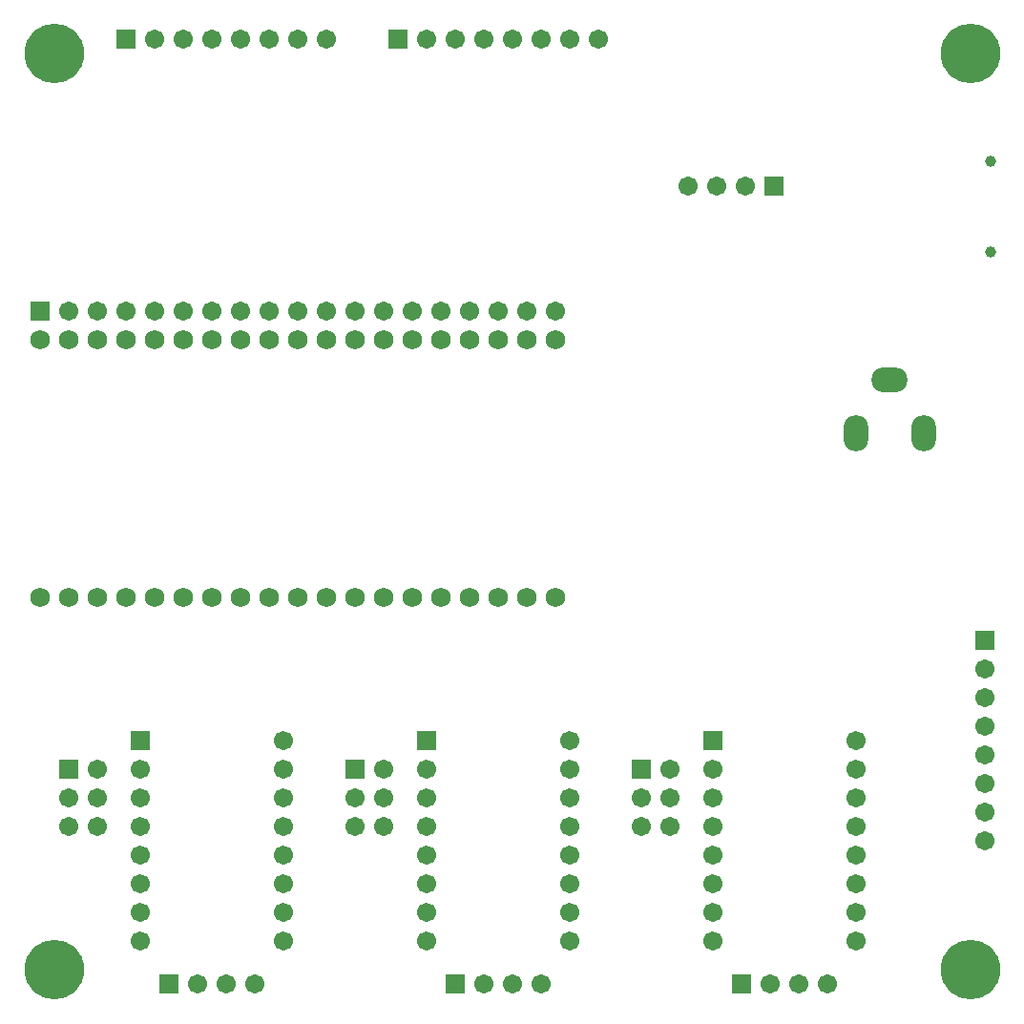
<source format=gbr>
G04 DipTrace 3.3.1.3*
G04 BottomMask.gbr*
%MOIN*%
G04 #@! TF.FileFunction,Soldermask,Bot*
G04 #@! TF.Part,Single*
%ADD52C,0.03937*%
%ADD65C,0.067*%
%ADD67R,0.067X0.067*%
%ADD69C,0.068*%
%ADD71C,0.208*%
%ADD83O,0.12611X0.08674*%
%ADD85O,0.08674X0.12611*%
%ADD87C,0.067055*%
%ADD89R,0.067055X0.067055*%
%FSLAX26Y26*%
G04*
G70*
G90*
G75*
G01*
G04 BotMask*
%LPD*%
D89*
X3056201Y3281200D3*
D87*
X2956201D3*
X2856201D3*
X2756201D3*
D89*
X1743700Y3793700D3*
D87*
X1843700D3*
X1943700D3*
X2043700D3*
X2143700D3*
X2243700D3*
X2343700D3*
X2443700D3*
D89*
X943700Y493700D3*
D87*
X1043700D3*
X1143700D3*
X1243700D3*
D89*
X493700Y2843700D3*
D87*
X593700D3*
X693700D3*
X793700D3*
X893700D3*
X993700D3*
X1093700D3*
X1193700D3*
X1293700D3*
X1393700D3*
X1493700D3*
X1593700D3*
X1693700D3*
X1793700D3*
X1893700D3*
X1993700D3*
X2093700D3*
X2193700D3*
X2293700D3*
D89*
X1943700Y493700D3*
D87*
X2043700D3*
X2143700D3*
X2243700D3*
D89*
X793700Y3793700D3*
D87*
X893700D3*
X993700D3*
X1093700D3*
X1193700D3*
X1293700D3*
X1393700D3*
X1493700D3*
D89*
X2943700Y493700D3*
D87*
X3043700D3*
X3143700D3*
X3243700D3*
D89*
X3793700Y1693700D3*
D87*
Y1593700D3*
Y1493700D3*
Y1393700D3*
Y1293700D3*
Y1193700D3*
Y1093700D3*
Y993700D3*
D85*
X3343700Y2418700D3*
X3579920D3*
D83*
X3461810Y2603739D3*
D52*
X3814802Y3052566D3*
Y3367527D3*
D89*
X593700Y1243700D3*
D87*
X693700D3*
X593700Y1143700D3*
X693700D3*
X593700Y1043700D3*
X693700D3*
D89*
X1593700Y1243700D3*
D87*
X1693700D3*
X1593700Y1143700D3*
X1693700D3*
X1593700Y1043700D3*
X1693700D3*
D89*
X2593700Y1243700D3*
D87*
X2693700D3*
X2593700Y1143700D3*
X2693700D3*
X2593700Y1043700D3*
X2693700D3*
D71*
X543700Y543700D3*
X3743700D3*
Y3743700D3*
X543700D3*
D69*
X493700Y2743700D3*
X593700D3*
X693700D3*
X793700D3*
X893700D3*
X993700D3*
X1093700D3*
X1193700D3*
X1293700D3*
X1393700D3*
X1493700D3*
X1593700D3*
X1693700D3*
X1793700D3*
X1893700D3*
X1993700D3*
X2093700D3*
X2193700D3*
X2293700D3*
X493700Y1843700D3*
X593700D3*
X693700D3*
X793700D3*
X893700D3*
X993700D3*
X1093700D3*
X1193700D3*
X1293700D3*
X1393700D3*
X1493700D3*
X1593700D3*
X1693700D3*
X1793700D3*
X1893700D3*
X1993700D3*
X2093700D3*
X2193700D3*
X2293700D3*
D67*
X843700Y1343700D3*
D65*
Y1243700D3*
Y1143700D3*
Y1043700D3*
Y943700D3*
Y843700D3*
Y743700D3*
Y643700D3*
X1343700D3*
Y743700D3*
Y843700D3*
Y943700D3*
Y1043700D3*
Y1143700D3*
Y1243700D3*
Y1343700D3*
D67*
X1843700D3*
D65*
Y1243700D3*
Y1143700D3*
Y1043700D3*
Y943700D3*
Y843700D3*
Y743700D3*
Y643700D3*
X2343700D3*
Y743700D3*
Y843700D3*
Y943700D3*
Y1043700D3*
Y1143700D3*
Y1243700D3*
Y1343700D3*
D67*
X2843700D3*
D65*
Y1243700D3*
Y1143700D3*
Y1043700D3*
Y943700D3*
Y843700D3*
Y743700D3*
Y643700D3*
X3343700D3*
Y743700D3*
Y843700D3*
Y943700D3*
Y1043700D3*
Y1143700D3*
Y1243700D3*
Y1343700D3*
M02*

</source>
